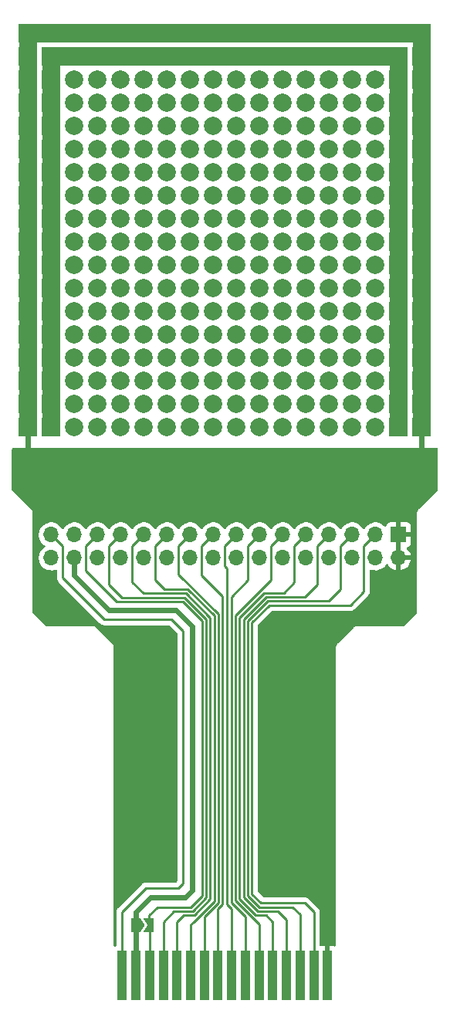
<source format=gbl>
%TF.GenerationSoftware,KiCad,Pcbnew,6.0.2+dfsg-1*%
%TF.CreationDate,2022-07-07T18:02:13-05:00*%
%TF.ProjectId,protopak64,70726f74-6f70-4616-9b36-342e6b696361,rev?*%
%TF.SameCoordinates,Original*%
%TF.FileFunction,Copper,L2,Bot*%
%TF.FilePolarity,Positive*%
%FSLAX46Y46*%
G04 Gerber Fmt 4.6, Leading zero omitted, Abs format (unit mm)*
G04 Created by KiCad (PCBNEW 6.0.2+dfsg-1) date 2022-07-07 18:02:13*
%MOMM*%
%LPD*%
G01*
G04 APERTURE LIST*
G04 Aperture macros list*
%AMFreePoly0*
4,1,6,1.000000,0.000000,0.500000,-0.750000,-0.500000,-0.750000,-0.500000,0.750000,0.500000,0.750000,1.000000,0.000000,1.000000,0.000000,$1*%
%AMFreePoly1*
4,1,6,0.500000,-0.750000,-0.650000,-0.750000,-0.150000,0.000000,-0.650000,0.750000,0.500000,0.750000,0.500000,-0.750000,0.500000,-0.750000,$1*%
G04 Aperture macros list end*
%TA.AperFunction,ComponentPad*%
%ADD10R,1.700000X1.700000*%
%TD*%
%TA.AperFunction,ComponentPad*%
%ADD11O,1.700000X1.700000*%
%TD*%
%TA.AperFunction,SMDPad,CuDef*%
%ADD12R,1.000000X5.400000*%
%TD*%
%TA.AperFunction,ComponentPad*%
%ADD13R,2.000000X2.000000*%
%TD*%
%TA.AperFunction,ComponentPad*%
%ADD14C,2.000000*%
%TD*%
%TA.AperFunction,SMDPad,CuDef*%
%ADD15FreePoly0,0.000000*%
%TD*%
%TA.AperFunction,SMDPad,CuDef*%
%ADD16FreePoly1,0.000000*%
%TD*%
%TA.AperFunction,ViaPad*%
%ADD17C,0.800000*%
%TD*%
%TA.AperFunction,Conductor*%
%ADD18C,0.600000*%
%TD*%
%TA.AperFunction,Conductor*%
%ADD19C,0.250000*%
%TD*%
G04 APERTURE END LIST*
%TO.C,REF\u002A\u002A*%
G36*
X163814000Y-92948000D02*
G01*
X161814000Y-92948000D01*
X161814000Y-52308000D01*
X125714000Y-52308000D01*
X125714000Y-92948000D01*
X123714000Y-92948000D01*
X123714000Y-50308000D01*
X163814000Y-50308000D01*
X163814000Y-92948000D01*
G37*
G36*
X166354000Y-92948000D02*
G01*
X164354000Y-92948000D01*
X164354000Y-49768000D01*
X123174000Y-49768000D01*
X123174000Y-92948000D01*
X121174000Y-92948000D01*
X121174000Y-47768000D01*
X166354000Y-47768000D01*
X166354000Y-92948000D01*
G37*
G36*
X166354000Y-92948000D02*
G01*
X164354000Y-92948000D01*
X164354000Y-49768000D01*
X123174000Y-49768000D01*
X123174000Y-92948000D01*
X121174000Y-92948000D01*
X121174000Y-47768000D01*
X166354000Y-47768000D01*
X166354000Y-92948000D01*
G37*
G36*
X163814000Y-92948000D02*
G01*
X161814000Y-92948000D01*
X161814000Y-52308000D01*
X125714000Y-52308000D01*
X125714000Y-92948000D01*
X123714000Y-92948000D01*
X123714000Y-50308000D01*
X163814000Y-50308000D01*
X163814000Y-92948000D01*
G37*
%TD*%
D10*
%TO.P,J2,1,Pin_1*%
%TO.N,GND*%
X162814000Y-103754000D03*
D11*
%TO.P,J2,2,Pin_2*%
X162814000Y-106294000D03*
%TO.P,J2,3,Pin_3*%
%TO.N,A14*%
X160274000Y-103754000D03*
%TO.P,J2,4,Pin_4*%
%TO.N,CE*%
X160274000Y-106294000D03*
%TO.P,J2,5,Pin_5*%
%TO.N,A12*%
X157734000Y-103754000D03*
%TO.P,J2,6,Pin_6*%
%TO.N,A15*%
X157734000Y-106294000D03*
%TO.P,J2,7,Pin_7*%
%TO.N,A7*%
X155194000Y-103754000D03*
%TO.P,J2,8,Pin_8*%
%TO.N,~{WE}*%
X155194000Y-106294000D03*
%TO.P,J2,9,Pin_9*%
%TO.N,A6*%
X152654000Y-103754000D03*
%TO.P,J2,10,Pin_10*%
%TO.N,A13*%
X152654000Y-106294000D03*
%TO.P,J2,11,Pin_11*%
%TO.N,A5*%
X150114000Y-103754000D03*
%TO.P,J2,12,Pin_12*%
%TO.N,A8*%
X150114000Y-106294000D03*
%TO.P,J2,13,Pin_13*%
%TO.N,A4*%
X147574000Y-103754000D03*
%TO.P,J2,14,Pin_14*%
%TO.N,A9*%
X147574000Y-106294000D03*
%TO.P,J2,15,Pin_15*%
%TO.N,A3*%
X145034000Y-103754000D03*
%TO.P,J2,16,Pin_16*%
%TO.N,A11*%
X145034000Y-106294000D03*
%TO.P,J2,17,Pin_17*%
%TO.N,A2*%
X142494000Y-103754000D03*
%TO.P,J2,18,Pin_18*%
%TO.N,~{OE}*%
X142494000Y-106294000D03*
%TO.P,J2,19,Pin_19*%
%TO.N,A1*%
X139954000Y-103754000D03*
%TO.P,J2,20,Pin_20*%
%TO.N,A10*%
X139954000Y-106294000D03*
%TO.P,J2,21,Pin_21*%
%TO.N,A0*%
X137414000Y-103754000D03*
%TO.P,J2,22,Pin_22*%
%TO.N,D7*%
X137414000Y-106294000D03*
%TO.P,J2,23,Pin_23*%
%TO.N,D0*%
X134874000Y-103754000D03*
%TO.P,J2,24,Pin_24*%
%TO.N,D6*%
X134874000Y-106294000D03*
%TO.P,J2,25,Pin_25*%
%TO.N,D1*%
X132334000Y-103754000D03*
%TO.P,J2,26,Pin_26*%
%TO.N,D5*%
X132334000Y-106294000D03*
%TO.P,J2,27,Pin_27*%
%TO.N,DETECT*%
X129794000Y-103754000D03*
%TO.P,J2,28,Pin_28*%
%TO.N,D4*%
X129794000Y-106294000D03*
%TO.P,J2,29,Pin_29*%
%TO.N,+3V3*%
X127254000Y-103754000D03*
%TO.P,J2,30,Pin_30*%
X127254000Y-106294000D03*
%TO.P,J2,31,Pin_31*%
%TO.N,D2*%
X124714000Y-103754000D03*
%TO.P,J2,32,Pin_32*%
%TO.N,D3*%
X124714000Y-106294000D03*
%TD*%
D12*
%TO.P,J1,1,Pin_1*%
%TO.N,GND*%
X155014000Y-152019000D03*
%TO.P,J1,2,Pin_2*%
%TO.N,A14*%
X153514000Y-152019000D03*
%TO.P,J1,3,Pin_3*%
%TO.N,A12*%
X152014000Y-152019000D03*
%TO.P,J1,4,Pin_4*%
%TO.N,A7*%
X150514000Y-152019000D03*
%TO.P,J1,5,Pin_5*%
%TO.N,A6*%
X149014000Y-152019000D03*
%TO.P,J1,6,Pin_6*%
%TO.N,A5*%
X147514000Y-152019000D03*
%TO.P,J1,7,Pin_7*%
%TO.N,A4*%
X146014000Y-152019000D03*
%TO.P,J1,8,Pin_8*%
%TO.N,A3*%
X144514000Y-152019000D03*
%TO.P,J1,9,Pin_9*%
%TO.N,A2*%
X143014000Y-152019000D03*
%TO.P,J1,10,Pin_10*%
%TO.N,A1*%
X141514000Y-152019000D03*
%TO.P,J1,11,Pin_11*%
%TO.N,A0*%
X140014000Y-152019000D03*
%TO.P,J1,12,Pin_12*%
%TO.N,D0*%
X138514000Y-152019000D03*
%TO.P,J1,13,Pin_13*%
%TO.N,D1*%
X137014000Y-152019000D03*
%TO.P,J1,14,Pin_14*%
%TO.N,DETECT*%
X135514000Y-152019000D03*
%TO.P,J1,15,Pin_15*%
%TO.N,+3V3*%
X134014000Y-152019000D03*
%TO.P,J1,16,Pin_16*%
%TO.N,D2*%
X132514000Y-152019000D03*
%TD*%
D13*
%TO.P,REF\u002A\u002A,1*%
%TO.N,N/C*%
X122174000Y-48768000D03*
%TO.P,REF\u002A\u002A,2*%
X124714000Y-48768000D03*
%TO.P,REF\u002A\u002A,3*%
X127254000Y-48768000D03*
%TO.P,REF\u002A\u002A,4*%
X129794000Y-48768000D03*
%TO.P,REF\u002A\u002A,5*%
X132334000Y-48768000D03*
%TO.P,REF\u002A\u002A,6*%
X134874000Y-48768000D03*
%TO.P,REF\u002A\u002A,7*%
X137414000Y-48768000D03*
%TO.P,REF\u002A\u002A,8*%
X139954000Y-48768000D03*
%TO.P,REF\u002A\u002A,9*%
X142494000Y-48768000D03*
%TO.P,REF\u002A\u002A,10*%
X145034000Y-48768000D03*
%TO.P,REF\u002A\u002A,11*%
X147574000Y-48768000D03*
%TO.P,REF\u002A\u002A,12*%
X150114000Y-48768000D03*
%TO.P,REF\u002A\u002A,13*%
X152654000Y-48768000D03*
%TO.P,REF\u002A\u002A,14*%
X155194000Y-48768000D03*
%TO.P,REF\u002A\u002A,15*%
X157734000Y-48768000D03*
%TO.P,REF\u002A\u002A,16*%
X160274000Y-48768000D03*
%TO.P,REF\u002A\u002A,17*%
X162814000Y-48768000D03*
%TO.P,REF\u002A\u002A,18*%
X165354000Y-48768000D03*
%TO.P,REF\u002A\u002A,19*%
X122174000Y-51308000D03*
%TO.P,REF\u002A\u002A,20*%
X124714000Y-51308000D03*
%TO.P,REF\u002A\u002A,21*%
X127254000Y-51308000D03*
%TO.P,REF\u002A\u002A,22*%
X129794000Y-51308000D03*
%TO.P,REF\u002A\u002A,23*%
X132334000Y-51308000D03*
%TO.P,REF\u002A\u002A,24*%
X134874000Y-51308000D03*
%TO.P,REF\u002A\u002A,25*%
X137414000Y-51308000D03*
%TO.P,REF\u002A\u002A,26*%
X139954000Y-51308000D03*
%TO.P,REF\u002A\u002A,27*%
X142494000Y-51308000D03*
%TO.P,REF\u002A\u002A,28*%
X145034000Y-51308000D03*
%TO.P,REF\u002A\u002A,29*%
X147574000Y-51308000D03*
%TO.P,REF\u002A\u002A,30*%
X150114000Y-51308000D03*
%TO.P,REF\u002A\u002A,31*%
X152654000Y-51308000D03*
%TO.P,REF\u002A\u002A,32*%
X155194000Y-51308000D03*
%TO.P,REF\u002A\u002A,33*%
X157734000Y-51308000D03*
%TO.P,REF\u002A\u002A,34*%
X160274000Y-51308000D03*
%TO.P,REF\u002A\u002A,35*%
X162814000Y-51308000D03*
%TO.P,REF\u002A\u002A,36*%
X165354000Y-51308000D03*
%TO.P,REF\u002A\u002A,37*%
X122174000Y-53848000D03*
%TO.P,REF\u002A\u002A,38*%
X124714000Y-53848000D03*
D14*
%TO.P,REF\u002A\u002A,39*%
X127254000Y-53848000D03*
%TO.P,REF\u002A\u002A,40*%
X129794000Y-53848000D03*
%TO.P,REF\u002A\u002A,41*%
X132334000Y-53848000D03*
%TO.P,REF\u002A\u002A,42*%
X134874000Y-53848000D03*
%TO.P,REF\u002A\u002A,43*%
X137414000Y-53848000D03*
%TO.P,REF\u002A\u002A,44*%
X139954000Y-53848000D03*
%TO.P,REF\u002A\u002A,45*%
X142494000Y-53848000D03*
%TO.P,REF\u002A\u002A,46*%
X145034000Y-53848000D03*
%TO.P,REF\u002A\u002A,47*%
X147574000Y-53848000D03*
%TO.P,REF\u002A\u002A,48*%
X150114000Y-53848000D03*
%TO.P,REF\u002A\u002A,49*%
X152654000Y-53848000D03*
%TO.P,REF\u002A\u002A,50*%
X155194000Y-53848000D03*
%TO.P,REF\u002A\u002A,51*%
X157734000Y-53848000D03*
%TO.P,REF\u002A\u002A,52*%
X160274000Y-53848000D03*
D13*
%TO.P,REF\u002A\u002A,53*%
X162814000Y-53848000D03*
%TO.P,REF\u002A\u002A,54*%
X165354000Y-53848000D03*
%TO.P,REF\u002A\u002A,55*%
X122174000Y-56388000D03*
%TO.P,REF\u002A\u002A,56*%
X124714000Y-56388000D03*
D14*
%TO.P,REF\u002A\u002A,57*%
X127254000Y-56388000D03*
%TO.P,REF\u002A\u002A,58*%
X129794000Y-56388000D03*
%TO.P,REF\u002A\u002A,59*%
X132334000Y-56388000D03*
%TO.P,REF\u002A\u002A,60*%
X134874000Y-56388000D03*
%TO.P,REF\u002A\u002A,61*%
X137414000Y-56388000D03*
%TO.P,REF\u002A\u002A,62*%
X139954000Y-56388000D03*
%TO.P,REF\u002A\u002A,63*%
X142494000Y-56388000D03*
%TO.P,REF\u002A\u002A,64*%
X145034000Y-56388000D03*
%TO.P,REF\u002A\u002A,65*%
X147574000Y-56388000D03*
%TO.P,REF\u002A\u002A,66*%
X150114000Y-56388000D03*
%TO.P,REF\u002A\u002A,67*%
X152654000Y-56388000D03*
%TO.P,REF\u002A\u002A,68*%
X155194000Y-56388000D03*
%TO.P,REF\u002A\u002A,69*%
X157734000Y-56388000D03*
%TO.P,REF\u002A\u002A,70*%
X160274000Y-56388000D03*
D13*
%TO.P,REF\u002A\u002A,71*%
X162814000Y-56388000D03*
%TO.P,REF\u002A\u002A,72*%
X165354000Y-56388000D03*
%TO.P,REF\u002A\u002A,73*%
X122174000Y-58928000D03*
%TO.P,REF\u002A\u002A,74*%
X124714000Y-58928000D03*
D14*
%TO.P,REF\u002A\u002A,75*%
X127254000Y-58928000D03*
%TO.P,REF\u002A\u002A,76*%
X129794000Y-58928000D03*
%TO.P,REF\u002A\u002A,77*%
X132334000Y-58928000D03*
%TO.P,REF\u002A\u002A,78*%
X134874000Y-58928000D03*
%TO.P,REF\u002A\u002A,79*%
X137414000Y-58928000D03*
%TO.P,REF\u002A\u002A,80*%
X139954000Y-58928000D03*
%TO.P,REF\u002A\u002A,81*%
X142494000Y-58928000D03*
%TO.P,REF\u002A\u002A,82*%
X145034000Y-58928000D03*
%TO.P,REF\u002A\u002A,83*%
X147574000Y-58928000D03*
%TO.P,REF\u002A\u002A,84*%
X150114000Y-58928000D03*
%TO.P,REF\u002A\u002A,85*%
X152654000Y-58928000D03*
%TO.P,REF\u002A\u002A,86*%
X155194000Y-58928000D03*
%TO.P,REF\u002A\u002A,87*%
X157734000Y-58928000D03*
%TO.P,REF\u002A\u002A,88*%
X160274000Y-58928000D03*
D13*
%TO.P,REF\u002A\u002A,89*%
X162814000Y-58928000D03*
%TO.P,REF\u002A\u002A,90*%
X165354000Y-58928000D03*
%TO.P,REF\u002A\u002A,91*%
X122174000Y-61468000D03*
%TO.P,REF\u002A\u002A,92*%
X124714000Y-61468000D03*
D14*
%TO.P,REF\u002A\u002A,93*%
X127254000Y-61468000D03*
%TO.P,REF\u002A\u002A,94*%
X129794000Y-61468000D03*
%TO.P,REF\u002A\u002A,95*%
X132334000Y-61468000D03*
%TO.P,REF\u002A\u002A,96*%
X134874000Y-61468000D03*
%TO.P,REF\u002A\u002A,97*%
X137414000Y-61468000D03*
%TO.P,REF\u002A\u002A,98*%
X139954000Y-61468000D03*
%TO.P,REF\u002A\u002A,99*%
X142494000Y-61468000D03*
%TO.P,REF\u002A\u002A,100*%
X145034000Y-61468000D03*
%TO.P,REF\u002A\u002A,101*%
X147574000Y-61468000D03*
%TO.P,REF\u002A\u002A,102*%
X150114000Y-61468000D03*
%TO.P,REF\u002A\u002A,103*%
X152654000Y-61468000D03*
%TO.P,REF\u002A\u002A,104*%
X155194000Y-61468000D03*
%TO.P,REF\u002A\u002A,105*%
X157734000Y-61468000D03*
%TO.P,REF\u002A\u002A,106*%
X160274000Y-61468000D03*
D13*
%TO.P,REF\u002A\u002A,107*%
X162814000Y-61468000D03*
%TO.P,REF\u002A\u002A,108*%
X165354000Y-61468000D03*
%TO.P,REF\u002A\u002A,109*%
X122174000Y-64008000D03*
%TO.P,REF\u002A\u002A,110*%
X124714000Y-64008000D03*
D14*
%TO.P,REF\u002A\u002A,111*%
X127254000Y-64008000D03*
%TO.P,REF\u002A\u002A,112*%
X129794000Y-64008000D03*
%TO.P,REF\u002A\u002A,113*%
X132334000Y-64008000D03*
%TO.P,REF\u002A\u002A,114*%
X134874000Y-64008000D03*
%TO.P,REF\u002A\u002A,115*%
X137414000Y-64008000D03*
%TO.P,REF\u002A\u002A,116*%
X139954000Y-64008000D03*
%TO.P,REF\u002A\u002A,117*%
X142494000Y-64008000D03*
%TO.P,REF\u002A\u002A,118*%
X145034000Y-64008000D03*
%TO.P,REF\u002A\u002A,119*%
X147574000Y-64008000D03*
%TO.P,REF\u002A\u002A,120*%
X150114000Y-64008000D03*
%TO.P,REF\u002A\u002A,121*%
X152654000Y-64008000D03*
%TO.P,REF\u002A\u002A,122*%
X155194000Y-64008000D03*
%TO.P,REF\u002A\u002A,123*%
X157734000Y-64008000D03*
%TO.P,REF\u002A\u002A,124*%
X160274000Y-64008000D03*
D13*
%TO.P,REF\u002A\u002A,125*%
X162814000Y-64008000D03*
%TO.P,REF\u002A\u002A,126*%
X165354000Y-64008000D03*
%TO.P,REF\u002A\u002A,127*%
X122174000Y-66548000D03*
%TO.P,REF\u002A\u002A,128*%
X124714000Y-66548000D03*
D14*
%TO.P,REF\u002A\u002A,129*%
X127254000Y-66548000D03*
%TO.P,REF\u002A\u002A,130*%
X129794000Y-66548000D03*
%TO.P,REF\u002A\u002A,131*%
X132334000Y-66548000D03*
%TO.P,REF\u002A\u002A,132*%
X134874000Y-66548000D03*
%TO.P,REF\u002A\u002A,133*%
X137414000Y-66548000D03*
%TO.P,REF\u002A\u002A,134*%
X139954000Y-66548000D03*
%TO.P,REF\u002A\u002A,135*%
X142494000Y-66548000D03*
%TO.P,REF\u002A\u002A,136*%
X145034000Y-66548000D03*
%TO.P,REF\u002A\u002A,137*%
X147574000Y-66548000D03*
%TO.P,REF\u002A\u002A,138*%
X150114000Y-66548000D03*
%TO.P,REF\u002A\u002A,139*%
X152654000Y-66548000D03*
%TO.P,REF\u002A\u002A,140*%
X155194000Y-66548000D03*
%TO.P,REF\u002A\u002A,141*%
X157734000Y-66548000D03*
%TO.P,REF\u002A\u002A,142*%
X160274000Y-66548000D03*
D13*
%TO.P,REF\u002A\u002A,143*%
X162814000Y-66548000D03*
%TO.P,REF\u002A\u002A,144*%
X165354000Y-66548000D03*
%TO.P,REF\u002A\u002A,145*%
X122174000Y-69088000D03*
%TO.P,REF\u002A\u002A,146*%
X124714000Y-69088000D03*
D14*
%TO.P,REF\u002A\u002A,147*%
X127254000Y-69088000D03*
%TO.P,REF\u002A\u002A,148*%
X129794000Y-69088000D03*
%TO.P,REF\u002A\u002A,149*%
X132334000Y-69088000D03*
%TO.P,REF\u002A\u002A,150*%
X134874000Y-69088000D03*
%TO.P,REF\u002A\u002A,151*%
X137414000Y-69088000D03*
%TO.P,REF\u002A\u002A,152*%
X139954000Y-69088000D03*
%TO.P,REF\u002A\u002A,153*%
X142494000Y-69088000D03*
%TO.P,REF\u002A\u002A,154*%
X145034000Y-69088000D03*
%TO.P,REF\u002A\u002A,155*%
X147574000Y-69088000D03*
%TO.P,REF\u002A\u002A,156*%
X150114000Y-69088000D03*
%TO.P,REF\u002A\u002A,157*%
X152654000Y-69088000D03*
%TO.P,REF\u002A\u002A,158*%
X155194000Y-69088000D03*
%TO.P,REF\u002A\u002A,159*%
X157734000Y-69088000D03*
%TO.P,REF\u002A\u002A,160*%
X160274000Y-69088000D03*
D13*
%TO.P,REF\u002A\u002A,161*%
X162814000Y-69088000D03*
%TO.P,REF\u002A\u002A,162*%
X165354000Y-69088000D03*
%TO.P,REF\u002A\u002A,163*%
X122174000Y-71628000D03*
%TO.P,REF\u002A\u002A,164*%
X124714000Y-71628000D03*
D14*
%TO.P,REF\u002A\u002A,165*%
X127254000Y-71628000D03*
%TO.P,REF\u002A\u002A,166*%
X129794000Y-71628000D03*
%TO.P,REF\u002A\u002A,167*%
X132334000Y-71628000D03*
%TO.P,REF\u002A\u002A,168*%
X134874000Y-71628000D03*
%TO.P,REF\u002A\u002A,169*%
X137414000Y-71628000D03*
%TO.P,REF\u002A\u002A,170*%
X139954000Y-71628000D03*
%TO.P,REF\u002A\u002A,171*%
X142494000Y-71628000D03*
%TO.P,REF\u002A\u002A,172*%
X145034000Y-71628000D03*
%TO.P,REF\u002A\u002A,173*%
X147574000Y-71628000D03*
%TO.P,REF\u002A\u002A,174*%
X150114000Y-71628000D03*
%TO.P,REF\u002A\u002A,175*%
X152654000Y-71628000D03*
%TO.P,REF\u002A\u002A,176*%
X155194000Y-71628000D03*
%TO.P,REF\u002A\u002A,177*%
X157734000Y-71628000D03*
%TO.P,REF\u002A\u002A,178*%
X160274000Y-71628000D03*
D13*
%TO.P,REF\u002A\u002A,179*%
X162814000Y-71628000D03*
%TO.P,REF\u002A\u002A,180*%
X165354000Y-71628000D03*
%TO.P,REF\u002A\u002A,181*%
X122174000Y-74168000D03*
%TO.P,REF\u002A\u002A,182*%
X124714000Y-74168000D03*
D14*
%TO.P,REF\u002A\u002A,183*%
X127254000Y-74168000D03*
%TO.P,REF\u002A\u002A,184*%
X129794000Y-74168000D03*
%TO.P,REF\u002A\u002A,185*%
X132334000Y-74168000D03*
%TO.P,REF\u002A\u002A,186*%
X134874000Y-74168000D03*
%TO.P,REF\u002A\u002A,187*%
X137414000Y-74168000D03*
%TO.P,REF\u002A\u002A,188*%
X139954000Y-74168000D03*
%TO.P,REF\u002A\u002A,189*%
X142494000Y-74168000D03*
%TO.P,REF\u002A\u002A,190*%
X145034000Y-74168000D03*
%TO.P,REF\u002A\u002A,191*%
X147574000Y-74168000D03*
%TO.P,REF\u002A\u002A,192*%
X150114000Y-74168000D03*
%TO.P,REF\u002A\u002A,193*%
X152654000Y-74168000D03*
%TO.P,REF\u002A\u002A,194*%
X155194000Y-74168000D03*
%TO.P,REF\u002A\u002A,195*%
X157734000Y-74168000D03*
%TO.P,REF\u002A\u002A,196*%
X160274000Y-74168000D03*
D13*
%TO.P,REF\u002A\u002A,197*%
X162814000Y-74168000D03*
%TO.P,REF\u002A\u002A,198*%
X165354000Y-74168000D03*
%TO.P,REF\u002A\u002A,199*%
X122174000Y-76708000D03*
%TO.P,REF\u002A\u002A,200*%
X124714000Y-76708000D03*
D14*
%TO.P,REF\u002A\u002A,201*%
X127254000Y-76708000D03*
%TO.P,REF\u002A\u002A,202*%
X129794000Y-76708000D03*
%TO.P,REF\u002A\u002A,203*%
X132334000Y-76708000D03*
%TO.P,REF\u002A\u002A,204*%
X134874000Y-76708000D03*
%TO.P,REF\u002A\u002A,205*%
X137414000Y-76708000D03*
%TO.P,REF\u002A\u002A,206*%
X139954000Y-76708000D03*
%TO.P,REF\u002A\u002A,207*%
X142494000Y-76708000D03*
%TO.P,REF\u002A\u002A,208*%
X145034000Y-76708000D03*
%TO.P,REF\u002A\u002A,209*%
X147574000Y-76708000D03*
%TO.P,REF\u002A\u002A,210*%
X150114000Y-76708000D03*
%TO.P,REF\u002A\u002A,211*%
X152654000Y-76708000D03*
%TO.P,REF\u002A\u002A,212*%
X155194000Y-76708000D03*
%TO.P,REF\u002A\u002A,213*%
X157734000Y-76708000D03*
%TO.P,REF\u002A\u002A,214*%
X160274000Y-76708000D03*
D13*
%TO.P,REF\u002A\u002A,215*%
X162814000Y-76708000D03*
%TO.P,REF\u002A\u002A,216*%
X165354000Y-76708000D03*
%TO.P,REF\u002A\u002A,217*%
X122174000Y-79248000D03*
%TO.P,REF\u002A\u002A,218*%
X124714000Y-79248000D03*
D14*
%TO.P,REF\u002A\u002A,219*%
X127254000Y-79248000D03*
%TO.P,REF\u002A\u002A,220*%
X129794000Y-79248000D03*
%TO.P,REF\u002A\u002A,221*%
X132334000Y-79248000D03*
%TO.P,REF\u002A\u002A,222*%
X134874000Y-79248000D03*
%TO.P,REF\u002A\u002A,223*%
X137414000Y-79248000D03*
%TO.P,REF\u002A\u002A,224*%
X139954000Y-79248000D03*
%TO.P,REF\u002A\u002A,225*%
X142494000Y-79248000D03*
%TO.P,REF\u002A\u002A,226*%
X145034000Y-79248000D03*
%TO.P,REF\u002A\u002A,227*%
X147574000Y-79248000D03*
%TO.P,REF\u002A\u002A,228*%
X150114000Y-79248000D03*
%TO.P,REF\u002A\u002A,229*%
X152654000Y-79248000D03*
%TO.P,REF\u002A\u002A,230*%
X155194000Y-79248000D03*
%TO.P,REF\u002A\u002A,231*%
X157734000Y-79248000D03*
%TO.P,REF\u002A\u002A,232*%
X160274000Y-79248000D03*
D13*
%TO.P,REF\u002A\u002A,233*%
X162814000Y-79248000D03*
%TO.P,REF\u002A\u002A,234*%
X165354000Y-79248000D03*
%TO.P,REF\u002A\u002A,235*%
X122174000Y-81788000D03*
%TO.P,REF\u002A\u002A,236*%
X124714000Y-81788000D03*
D14*
%TO.P,REF\u002A\u002A,237*%
X127254000Y-81788000D03*
%TO.P,REF\u002A\u002A,238*%
X129794000Y-81788000D03*
%TO.P,REF\u002A\u002A,239*%
X132334000Y-81788000D03*
%TO.P,REF\u002A\u002A,240*%
X134874000Y-81788000D03*
%TO.P,REF\u002A\u002A,241*%
X137414000Y-81788000D03*
%TO.P,REF\u002A\u002A,242*%
X139954000Y-81788000D03*
%TO.P,REF\u002A\u002A,243*%
X142494000Y-81788000D03*
%TO.P,REF\u002A\u002A,244*%
X145034000Y-81788000D03*
%TO.P,REF\u002A\u002A,245*%
X147574000Y-81788000D03*
%TO.P,REF\u002A\u002A,246*%
X150114000Y-81788000D03*
%TO.P,REF\u002A\u002A,247*%
X152654000Y-81788000D03*
%TO.P,REF\u002A\u002A,248*%
X155194000Y-81788000D03*
%TO.P,REF\u002A\u002A,249*%
X157734000Y-81788000D03*
%TO.P,REF\u002A\u002A,250*%
X160274000Y-81788000D03*
D13*
%TO.P,REF\u002A\u002A,251*%
X162814000Y-81788000D03*
%TO.P,REF\u002A\u002A,252*%
X165354000Y-81788000D03*
%TO.P,REF\u002A\u002A,253*%
X122174000Y-84328000D03*
%TO.P,REF\u002A\u002A,254*%
X124714000Y-84328000D03*
D14*
%TO.P,REF\u002A\u002A,255*%
X127254000Y-84328000D03*
%TO.P,REF\u002A\u002A,256*%
X129794000Y-84328000D03*
%TO.P,REF\u002A\u002A,257*%
X132334000Y-84328000D03*
%TO.P,REF\u002A\u002A,258*%
X134874000Y-84328000D03*
%TO.P,REF\u002A\u002A,259*%
X137414000Y-84328000D03*
%TO.P,REF\u002A\u002A,260*%
X139954000Y-84328000D03*
%TO.P,REF\u002A\u002A,261*%
X142494000Y-84328000D03*
%TO.P,REF\u002A\u002A,262*%
X145034000Y-84328000D03*
%TO.P,REF\u002A\u002A,263*%
X147574000Y-84328000D03*
%TO.P,REF\u002A\u002A,264*%
X150114000Y-84328000D03*
%TO.P,REF\u002A\u002A,265*%
X152654000Y-84328000D03*
%TO.P,REF\u002A\u002A,266*%
X155194000Y-84328000D03*
%TO.P,REF\u002A\u002A,267*%
X157734000Y-84328000D03*
%TO.P,REF\u002A\u002A,268*%
X160274000Y-84328000D03*
D13*
%TO.P,REF\u002A\u002A,269*%
X162814000Y-84328000D03*
%TO.P,REF\u002A\u002A,270*%
X165354000Y-84328000D03*
%TO.P,REF\u002A\u002A,271*%
X122174000Y-86868000D03*
%TO.P,REF\u002A\u002A,272*%
X124714000Y-86868000D03*
D14*
%TO.P,REF\u002A\u002A,273*%
X127254000Y-86868000D03*
%TO.P,REF\u002A\u002A,274*%
X129794000Y-86868000D03*
%TO.P,REF\u002A\u002A,275*%
X132334000Y-86868000D03*
%TO.P,REF\u002A\u002A,276*%
X134874000Y-86868000D03*
%TO.P,REF\u002A\u002A,277*%
X137414000Y-86868000D03*
%TO.P,REF\u002A\u002A,278*%
X139954000Y-86868000D03*
%TO.P,REF\u002A\u002A,279*%
X142494000Y-86868000D03*
%TO.P,REF\u002A\u002A,280*%
X145034000Y-86868000D03*
%TO.P,REF\u002A\u002A,281*%
X147574000Y-86868000D03*
%TO.P,REF\u002A\u002A,282*%
X150114000Y-86868000D03*
%TO.P,REF\u002A\u002A,283*%
X152654000Y-86868000D03*
%TO.P,REF\u002A\u002A,284*%
X155194000Y-86868000D03*
%TO.P,REF\u002A\u002A,285*%
X157734000Y-86868000D03*
%TO.P,REF\u002A\u002A,286*%
X160274000Y-86868000D03*
D13*
%TO.P,REF\u002A\u002A,287*%
X162814000Y-86868000D03*
%TO.P,REF\u002A\u002A,288*%
X165354000Y-86868000D03*
%TO.P,REF\u002A\u002A,289*%
X122174000Y-89408000D03*
%TO.P,REF\u002A\u002A,290*%
X124714000Y-89408000D03*
D14*
%TO.P,REF\u002A\u002A,291*%
X127254000Y-89408000D03*
%TO.P,REF\u002A\u002A,292*%
X129794000Y-89408000D03*
%TO.P,REF\u002A\u002A,293*%
X132334000Y-89408000D03*
%TO.P,REF\u002A\u002A,294*%
X134874000Y-89408000D03*
%TO.P,REF\u002A\u002A,295*%
X137414000Y-89408000D03*
%TO.P,REF\u002A\u002A,296*%
X139954000Y-89408000D03*
%TO.P,REF\u002A\u002A,297*%
X142494000Y-89408000D03*
%TO.P,REF\u002A\u002A,298*%
X145034000Y-89408000D03*
%TO.P,REF\u002A\u002A,299*%
X147574000Y-89408000D03*
%TO.P,REF\u002A\u002A,300*%
X150114000Y-89408000D03*
%TO.P,REF\u002A\u002A,301*%
X152654000Y-89408000D03*
%TO.P,REF\u002A\u002A,302*%
X155194000Y-89408000D03*
%TO.P,REF\u002A\u002A,303*%
X157734000Y-89408000D03*
%TO.P,REF\u002A\u002A,304*%
X160274000Y-89408000D03*
D13*
%TO.P,REF\u002A\u002A,305*%
X162814000Y-89408000D03*
%TO.P,REF\u002A\u002A,306*%
X165354000Y-89408000D03*
%TO.P,REF\u002A\u002A,307*%
%TO.N,GND*%
X122174000Y-91948000D03*
%TO.P,REF\u002A\u002A,308*%
%TO.N,+3V3*%
X124714000Y-91948000D03*
D14*
%TO.P,REF\u002A\u002A,309*%
%TO.N,N/C*%
X127254000Y-91948000D03*
%TO.P,REF\u002A\u002A,310*%
X129794000Y-91948000D03*
%TO.P,REF\u002A\u002A,311*%
X132334000Y-91948000D03*
%TO.P,REF\u002A\u002A,312*%
X134874000Y-91948000D03*
%TO.P,REF\u002A\u002A,313*%
X137414000Y-91948000D03*
%TO.P,REF\u002A\u002A,314*%
X139954000Y-91948000D03*
%TO.P,REF\u002A\u002A,315*%
X142494000Y-91948000D03*
%TO.P,REF\u002A\u002A,316*%
X145034000Y-91948000D03*
%TO.P,REF\u002A\u002A,317*%
X147574000Y-91948000D03*
%TO.P,REF\u002A\u002A,318*%
X150114000Y-91948000D03*
%TO.P,REF\u002A\u002A,319*%
X152654000Y-91948000D03*
%TO.P,REF\u002A\u002A,320*%
X155194000Y-91948000D03*
%TO.P,REF\u002A\u002A,321*%
X157734000Y-91948000D03*
%TO.P,REF\u002A\u002A,322*%
X160274000Y-91948000D03*
D13*
%TO.P,REF\u002A\u002A,323*%
X162814000Y-91948000D03*
%TO.P,REF\u002A\u002A,324*%
%TO.N,GND*%
X165354000Y-91948000D03*
%TD*%
D15*
%TO.P,JP1,1,A*%
%TO.N,+3V3*%
X134022000Y-146558000D03*
D16*
%TO.P,JP1,2,B*%
%TO.N,DETECT*%
X135472000Y-146558000D03*
%TD*%
D17*
%TO.N,GND*%
X155014000Y-148156000D03*
%TD*%
D18*
%TO.N,GND*%
X122174000Y-91948000D02*
X122174000Y-95250000D01*
X165354000Y-91948000D02*
X165354000Y-95504000D01*
D19*
%TO.N,A14*%
X157523061Y-111462939D02*
X159004000Y-109982000D01*
X153514000Y-152019000D02*
X153514000Y-145132000D01*
X146715120Y-143128282D02*
X146715120Y-113385188D01*
X146715120Y-113385188D02*
X148637369Y-111462939D01*
X148637369Y-111462939D02*
X157523061Y-111462939D01*
X147711758Y-144124920D02*
X146715120Y-143128282D01*
X152506920Y-144124920D02*
X147711758Y-144124920D01*
X159004000Y-109982000D02*
X159004000Y-105024000D01*
X153514000Y-145132000D02*
X152506920Y-144124920D01*
X159004000Y-105024000D02*
X160274000Y-103754000D01*
%TO.N,A12*%
X146265600Y-143314480D02*
X146265600Y-113198990D01*
X152014000Y-152019000D02*
X152014000Y-145410000D01*
X156464000Y-109728000D02*
X156464000Y-105024000D01*
X146265600Y-113198990D02*
X148451171Y-111013419D01*
X148451171Y-111013419D02*
X155178581Y-111013419D01*
X151178440Y-144574440D02*
X147525560Y-144574440D01*
X156464000Y-105024000D02*
X157734000Y-103754000D01*
X152014000Y-145410000D02*
X151178440Y-144574440D01*
X147525560Y-144574440D02*
X146265600Y-143314480D01*
X155178581Y-111013419D02*
X156464000Y-109728000D01*
%TO.N,A7*%
X145816080Y-113012792D02*
X148264973Y-110563899D01*
X152580101Y-110563899D02*
X153924000Y-109220000D01*
X147339362Y-145023960D02*
X145816080Y-143500678D01*
X153924000Y-105024000D02*
X155194000Y-103754000D01*
X150514000Y-152019000D02*
X150514000Y-145942000D01*
X153924000Y-109220000D02*
X153924000Y-105024000D01*
X150514000Y-145942000D02*
X149595960Y-145023960D01*
X148264973Y-110563899D02*
X152580101Y-110563899D01*
X149595960Y-145023960D02*
X147339362Y-145023960D01*
X145816080Y-143500678D02*
X145816080Y-113012792D01*
%TO.N,A6*%
X145366560Y-112826594D02*
X148078775Y-110114379D01*
X151384000Y-105024000D02*
X152654000Y-103754000D01*
X149014000Y-146220000D02*
X148267480Y-145473480D01*
X151384000Y-108966000D02*
X151384000Y-105024000D01*
X145366560Y-143686875D02*
X145366560Y-112826594D01*
X147153165Y-145473480D02*
X145366560Y-143686875D01*
X150235621Y-110114379D02*
X151384000Y-108966000D01*
X149014000Y-152019000D02*
X149014000Y-146220000D01*
X148267480Y-145473480D02*
X147153165Y-145473480D01*
X148078775Y-110114379D02*
X150235621Y-110114379D01*
%TO.N,A5*%
X148844000Y-108713436D02*
X148844000Y-105024000D01*
X148844000Y-105024000D02*
X150114000Y-103754000D01*
X144917040Y-143873073D02*
X144917040Y-112640396D01*
X147514000Y-152019000D02*
X147514000Y-146470033D01*
X147514000Y-146470033D02*
X144917040Y-143873073D01*
X144917040Y-112640396D02*
X148844000Y-108713436D01*
%TO.N,A4*%
X146304000Y-108712000D02*
X146304000Y-105024000D01*
X146014000Y-152019000D02*
X146014000Y-145605751D01*
X146304000Y-105024000D02*
X147574000Y-103754000D01*
X146014000Y-145605751D02*
X144467520Y-144059271D01*
X144467520Y-110548480D02*
X146304000Y-108712000D01*
X144467520Y-144059271D02*
X144467520Y-110548480D01*
%TO.N,A3*%
X144018000Y-144245469D02*
X144018000Y-107442000D01*
X144514000Y-144741469D02*
X144018000Y-144245469D01*
X143764000Y-105024000D02*
X145034000Y-103754000D01*
X144514000Y-152019000D02*
X144514000Y-144741469D01*
X144018000Y-107442000D02*
X143764000Y-107188000D01*
X143764000Y-107188000D02*
X143764000Y-105024000D01*
%TO.N,A2*%
X143510000Y-144276308D02*
X143510000Y-110490000D01*
X143014000Y-152019000D02*
X143014000Y-144772308D01*
X143510000Y-110490000D02*
X141224000Y-108204000D01*
X141224000Y-108204000D02*
X141224000Y-105024000D01*
X143014000Y-144772308D02*
X143510000Y-144276308D01*
X141224000Y-105024000D02*
X142494000Y-103754000D01*
%TO.N,A1*%
X143060480Y-112454198D02*
X143060480Y-144090110D01*
X138684000Y-108077718D02*
X143060480Y-112454198D01*
X143060480Y-144090110D02*
X141514000Y-145636590D01*
X141514000Y-145636590D02*
X141514000Y-152019000D01*
X139954000Y-103754000D02*
X138684000Y-105024000D01*
X138684000Y-105024000D02*
X138684000Y-108077718D01*
%TO.N,A0*%
X142610960Y-143903912D02*
X142610960Y-112640396D01*
X142610960Y-112640396D02*
X139698564Y-109728000D01*
X140335000Y-146177000D02*
X140337872Y-146177000D01*
X136144000Y-108712000D02*
X136144000Y-105024000D01*
X140014000Y-152019000D02*
X140014000Y-146498000D01*
X140337872Y-146177000D02*
X142610960Y-143903912D01*
X139698564Y-109728000D02*
X137160000Y-109728000D01*
X137160000Y-109728000D02*
X136144000Y-108712000D01*
X140014000Y-146498000D02*
X140335000Y-146177000D01*
X136144000Y-105024000D02*
X137414000Y-103754000D01*
%TO.N,D0*%
X133604000Y-108966000D02*
X133604000Y-105024000D01*
X133604000Y-105024000D02*
X134874000Y-103754000D01*
X139261237Y-145472763D02*
X140406391Y-145472763D01*
X139512366Y-110177520D02*
X134815520Y-110177520D01*
X142161440Y-143717714D02*
X142161440Y-112826594D01*
X138514000Y-152019000D02*
X138514000Y-146220000D01*
X140406391Y-145472763D02*
X142161440Y-143717714D01*
X138514000Y-146220000D02*
X139261237Y-145472763D01*
X142161440Y-112826594D02*
X139512366Y-110177520D01*
X134815520Y-110177520D02*
X133604000Y-108966000D01*
%TO.N,D1*%
X131064000Y-109220000D02*
X131064000Y-105024000D01*
X137014000Y-146196000D02*
X138186757Y-145023243D01*
X131064000Y-105024000D02*
X132334000Y-103754000D01*
X137014000Y-152019000D02*
X137014000Y-146196000D01*
X140220193Y-145023243D02*
X141711920Y-143531516D01*
X141711920Y-143531516D02*
X141711920Y-113012792D01*
X141711920Y-113012792D02*
X139326168Y-110627040D01*
X139326168Y-110627040D02*
X132471040Y-110627040D01*
X138186757Y-145023243D02*
X140220193Y-145023243D01*
X132471040Y-110627040D02*
X131064000Y-109220000D01*
%TO.N,DETECT*%
X135514000Y-152019000D02*
X135514000Y-146600000D01*
X135514000Y-146600000D02*
X135472000Y-146558000D01*
X141262400Y-143345318D02*
X141262400Y-113198990D01*
X140033995Y-144573723D02*
X141262400Y-143345318D01*
X141262400Y-113198990D02*
X139139970Y-111076560D01*
X135472000Y-145452000D02*
X136350277Y-144573723D01*
X128524000Y-107696000D02*
X128524000Y-105024000D01*
X139139970Y-111076560D02*
X131904560Y-111076560D01*
X135472000Y-146558000D02*
X135472000Y-145452000D01*
X136350277Y-144573723D02*
X140033995Y-144573723D01*
X131904560Y-111076560D02*
X128524000Y-107696000D01*
X128524000Y-105024000D02*
X129794000Y-103754000D01*
D18*
%TO.N,+3V3*%
X127254000Y-108204000D02*
X127254000Y-106294000D01*
X138430000Y-112014000D02*
X131064000Y-112014000D01*
X140208000Y-142748000D02*
X140208000Y-113792000D01*
X135636000Y-143510000D02*
X139446000Y-143510000D01*
X131064000Y-112014000D02*
X127254000Y-108204000D01*
X134014000Y-146566000D02*
X134022000Y-146558000D01*
X134014000Y-152019000D02*
X134014000Y-146566000D01*
X139446000Y-143510000D02*
X140208000Y-142748000D01*
X134022000Y-145124000D02*
X135636000Y-143510000D01*
X140208000Y-113792000D02*
X138430000Y-112014000D01*
X134022000Y-146558000D02*
X134022000Y-145124000D01*
D19*
%TO.N,D2*%
X135128000Y-142494000D02*
X138684000Y-142494000D01*
X139192000Y-114300000D02*
X137922000Y-113030000D01*
X132514000Y-152019000D02*
X132514000Y-145108000D01*
X138684000Y-142494000D02*
X139192000Y-141986000D01*
X132514000Y-145108000D02*
X135128000Y-142494000D01*
X137922000Y-113030000D02*
X130556000Y-113030000D01*
X130556000Y-113030000D02*
X125984000Y-108458000D01*
X125984000Y-105024000D02*
X124714000Y-103754000D01*
X139192000Y-141986000D02*
X139192000Y-114300000D01*
X125984000Y-108458000D02*
X125984000Y-105024000D01*
%TD*%
%TA.AperFunction,Conductor*%
%TO.N,GND*%
G36*
X167074121Y-94254002D02*
G01*
X167120614Y-94307658D01*
X167132000Y-94360000D01*
X167132000Y-98797390D01*
X167111998Y-98865511D01*
X167095095Y-98886485D01*
X165045010Y-100936570D01*
X165035481Y-100944183D01*
X165035796Y-100944553D01*
X165028961Y-100950370D01*
X165021369Y-100955160D01*
X165015428Y-100961887D01*
X164985766Y-100995473D01*
X164980419Y-101001161D01*
X164968997Y-101012583D01*
X164966311Y-101016167D01*
X164966309Y-101016169D01*
X164962732Y-101020942D01*
X164956361Y-101028768D01*
X164925044Y-101064228D01*
X164921228Y-101072357D01*
X164919588Y-101074853D01*
X164910652Y-101089723D01*
X164909210Y-101092357D01*
X164903828Y-101099538D01*
X164887232Y-101143808D01*
X164883304Y-101153129D01*
X164867016Y-101187820D01*
X164867014Y-101187827D01*
X164863201Y-101195948D01*
X164861820Y-101204815D01*
X164860942Y-101207689D01*
X164856544Y-101224452D01*
X164855898Y-101227390D01*
X164852748Y-101235792D01*
X164852083Y-101244742D01*
X164849243Y-101282960D01*
X164848091Y-101292996D01*
X164846000Y-101306423D01*
X164846000Y-101321915D01*
X164845654Y-101331253D01*
X164841964Y-101380907D01*
X164843839Y-101389689D01*
X164844406Y-101398003D01*
X164846000Y-101413110D01*
X164846000Y-112259389D01*
X164825998Y-112327510D01*
X164809095Y-112348484D01*
X163402485Y-113755095D01*
X163340173Y-113789120D01*
X163313390Y-113792000D01*
X158313020Y-113792000D01*
X158300904Y-113790646D01*
X158300865Y-113791130D01*
X158291914Y-113790410D01*
X158283160Y-113788429D01*
X158229499Y-113791758D01*
X158221697Y-113792000D01*
X158205523Y-113792000D01*
X158201082Y-113792636D01*
X158201081Y-113792636D01*
X158195187Y-113793480D01*
X158185128Y-113794510D01*
X158167804Y-113795585D01*
X158146883Y-113796883D01*
X158146881Y-113796883D01*
X158137925Y-113797439D01*
X158129487Y-113800485D01*
X158126576Y-113801088D01*
X158109700Y-113805296D01*
X158106838Y-113806133D01*
X158097955Y-113807405D01*
X158089790Y-113811117D01*
X158089781Y-113811120D01*
X158054899Y-113826980D01*
X158045534Y-113830792D01*
X158009503Y-113843800D01*
X158009500Y-113843802D01*
X158001056Y-113846850D01*
X157993806Y-113852146D01*
X157991172Y-113853547D01*
X157976179Y-113862308D01*
X157973662Y-113863917D01*
X157965490Y-113867633D01*
X157929659Y-113898506D01*
X157921751Y-113904785D01*
X157910775Y-113912804D01*
X157899816Y-113923763D01*
X157892968Y-113930121D01*
X157862058Y-113956754D01*
X157862053Y-113956760D01*
X157855253Y-113962619D01*
X157850370Y-113970153D01*
X157844887Y-113976438D01*
X157835333Y-113988246D01*
X156155010Y-115668570D01*
X156145481Y-115676183D01*
X156145796Y-115676553D01*
X156138961Y-115682370D01*
X156131369Y-115687160D01*
X156125428Y-115693887D01*
X156095766Y-115727473D01*
X156090419Y-115733161D01*
X156078997Y-115744583D01*
X156076311Y-115748167D01*
X156076309Y-115748169D01*
X156072732Y-115752942D01*
X156066361Y-115760768D01*
X156035044Y-115796228D01*
X156031228Y-115804357D01*
X156029588Y-115806853D01*
X156020652Y-115821723D01*
X156019210Y-115824357D01*
X156013828Y-115831538D01*
X156008593Y-115845503D01*
X155997232Y-115875808D01*
X155993304Y-115885129D01*
X155977016Y-115919820D01*
X155977014Y-115919827D01*
X155973201Y-115927948D01*
X155971820Y-115936815D01*
X155970942Y-115939689D01*
X155966544Y-115956452D01*
X155965898Y-115959390D01*
X155962748Y-115967792D01*
X155962083Y-115976742D01*
X155959243Y-116014960D01*
X155958091Y-116024996D01*
X155956000Y-116038423D01*
X155956000Y-116053915D01*
X155955654Y-116063253D01*
X155951964Y-116112907D01*
X155953839Y-116121689D01*
X155954406Y-116130003D01*
X155956000Y-116145110D01*
X155956000Y-148764702D01*
X155935998Y-148832823D01*
X155882342Y-148879316D01*
X155812068Y-148889420D01*
X155769491Y-148875222D01*
X155752058Y-148865677D01*
X155631606Y-148820522D01*
X155616351Y-148816895D01*
X155565486Y-148811369D01*
X155558672Y-148811000D01*
X155286115Y-148811000D01*
X155270876Y-148815475D01*
X155269671Y-148816865D01*
X155268000Y-148824548D01*
X155268000Y-149352000D01*
X154760000Y-149352000D01*
X154760000Y-148829116D01*
X154755525Y-148813877D01*
X154754135Y-148812672D01*
X154746452Y-148811001D01*
X154469331Y-148811001D01*
X154462510Y-148811371D01*
X154411648Y-148816895D01*
X154396397Y-148820521D01*
X154317730Y-148850012D01*
X154246923Y-148855195D01*
X154184554Y-148821274D01*
X154150424Y-148759019D01*
X154147500Y-148732030D01*
X154147500Y-145210767D01*
X154148027Y-145199584D01*
X154149702Y-145192091D01*
X154147562Y-145124014D01*
X154147500Y-145120055D01*
X154147500Y-145092144D01*
X154146995Y-145088144D01*
X154146062Y-145076301D01*
X154144922Y-145040029D01*
X154144673Y-145032110D01*
X154139022Y-145012658D01*
X154135014Y-144993306D01*
X154133467Y-144981063D01*
X154132474Y-144973203D01*
X154129556Y-144965832D01*
X154116200Y-144932097D01*
X154112355Y-144920870D01*
X154107103Y-144902793D01*
X154100018Y-144878407D01*
X154095984Y-144871585D01*
X154095981Y-144871579D01*
X154089706Y-144860968D01*
X154081010Y-144843218D01*
X154076472Y-144831756D01*
X154076469Y-144831751D01*
X154073552Y-144824383D01*
X154060901Y-144806970D01*
X154047573Y-144788625D01*
X154041057Y-144778707D01*
X154022575Y-144747457D01*
X154018542Y-144740637D01*
X154004218Y-144726313D01*
X153991376Y-144711278D01*
X153979472Y-144694893D01*
X153945406Y-144666711D01*
X153936627Y-144658722D01*
X153010572Y-143732667D01*
X153003032Y-143724381D01*
X152998920Y-143717902D01*
X152949268Y-143671276D01*
X152946427Y-143668522D01*
X152926690Y-143648785D01*
X152923493Y-143646305D01*
X152914471Y-143638600D01*
X152888020Y-143613761D01*
X152882241Y-143608334D01*
X152875295Y-143604515D01*
X152875292Y-143604513D01*
X152864486Y-143598572D01*
X152847967Y-143587721D01*
X152847503Y-143587361D01*
X152831961Y-143575306D01*
X152824692Y-143572161D01*
X152824688Y-143572158D01*
X152791383Y-143557746D01*
X152780733Y-143552529D01*
X152741980Y-143531225D01*
X152722357Y-143526187D01*
X152703654Y-143519783D01*
X152692340Y-143514887D01*
X152692339Y-143514887D01*
X152685065Y-143511739D01*
X152677242Y-143510500D01*
X152677232Y-143510497D01*
X152641396Y-143504821D01*
X152629776Y-143502415D01*
X152594631Y-143493392D01*
X152594630Y-143493392D01*
X152586950Y-143491420D01*
X152566696Y-143491420D01*
X152546985Y-143489869D01*
X152534806Y-143487940D01*
X152526977Y-143486700D01*
X152519085Y-143487446D01*
X152482959Y-143490861D01*
X152471101Y-143491420D01*
X148026353Y-143491420D01*
X147958232Y-143471418D01*
X147937257Y-143454515D01*
X147385524Y-142902781D01*
X147351499Y-142840469D01*
X147348620Y-142813686D01*
X147348620Y-113699782D01*
X147368622Y-113631661D01*
X147385525Y-113610687D01*
X148862868Y-112133344D01*
X148925180Y-112099318D01*
X148951963Y-112096439D01*
X157444294Y-112096439D01*
X157455477Y-112096966D01*
X157462970Y-112098641D01*
X157470896Y-112098392D01*
X157470897Y-112098392D01*
X157531047Y-112096501D01*
X157535006Y-112096439D01*
X157562917Y-112096439D01*
X157566852Y-112095942D01*
X157566917Y-112095934D01*
X157578754Y-112095001D01*
X157611012Y-112093987D01*
X157615031Y-112093861D01*
X157622950Y-112093612D01*
X157642404Y-112087960D01*
X157661761Y-112083952D01*
X157673991Y-112082407D01*
X157673992Y-112082407D01*
X157681858Y-112081413D01*
X157689229Y-112078494D01*
X157689231Y-112078494D01*
X157722973Y-112065135D01*
X157734203Y-112061290D01*
X157769044Y-112051168D01*
X157769045Y-112051168D01*
X157776654Y-112048957D01*
X157783473Y-112044924D01*
X157783478Y-112044922D01*
X157794089Y-112038646D01*
X157811837Y-112029951D01*
X157830678Y-112022491D01*
X157866448Y-111996503D01*
X157876368Y-111989987D01*
X157907596Y-111971519D01*
X157907599Y-111971517D01*
X157914423Y-111967481D01*
X157928744Y-111953160D01*
X157943778Y-111940319D01*
X157953755Y-111933070D01*
X157960168Y-111928411D01*
X157988359Y-111894334D01*
X157996349Y-111885555D01*
X159396253Y-110485652D01*
X159404539Y-110478112D01*
X159411018Y-110474000D01*
X159457644Y-110424348D01*
X159460398Y-110421507D01*
X159480135Y-110401770D01*
X159482615Y-110398573D01*
X159490320Y-110389551D01*
X159515159Y-110363100D01*
X159520586Y-110357321D01*
X159524405Y-110350375D01*
X159524407Y-110350372D01*
X159530348Y-110339566D01*
X159541199Y-110323047D01*
X159548758Y-110313301D01*
X159553614Y-110307041D01*
X159556759Y-110299772D01*
X159556762Y-110299768D01*
X159571174Y-110266463D01*
X159576391Y-110255813D01*
X159597695Y-110217060D01*
X159602733Y-110197437D01*
X159609137Y-110178734D01*
X159614033Y-110167420D01*
X159614033Y-110167419D01*
X159617181Y-110160145D01*
X159618420Y-110152322D01*
X159618423Y-110152312D01*
X159624099Y-110116476D01*
X159626505Y-110104856D01*
X159635528Y-110069711D01*
X159635528Y-110069710D01*
X159637500Y-110062030D01*
X159637500Y-110041776D01*
X159639051Y-110022065D01*
X159640980Y-110009886D01*
X159642220Y-110002057D01*
X159638059Y-109958038D01*
X159637500Y-109946181D01*
X159637500Y-107688189D01*
X159657502Y-107620068D01*
X159711158Y-107573575D01*
X159781432Y-107563471D01*
X159808449Y-107570479D01*
X159851643Y-107586973D01*
X159893692Y-107603030D01*
X159898760Y-107604061D01*
X159898763Y-107604062D01*
X159977436Y-107620068D01*
X160112597Y-107647567D01*
X160117772Y-107647757D01*
X160117774Y-107647757D01*
X160330673Y-107655564D01*
X160330677Y-107655564D01*
X160335837Y-107655753D01*
X160340957Y-107655097D01*
X160340959Y-107655097D01*
X160552288Y-107628025D01*
X160552289Y-107628025D01*
X160557416Y-107627368D01*
X160562366Y-107625883D01*
X160766429Y-107564661D01*
X160766434Y-107564659D01*
X160771384Y-107563174D01*
X160971994Y-107464896D01*
X161153860Y-107335173D01*
X161312096Y-107177489D01*
X161371594Y-107094689D01*
X161442453Y-106996077D01*
X161443640Y-106996930D01*
X161490960Y-106953362D01*
X161560897Y-106941145D01*
X161626338Y-106968678D01*
X161654166Y-107000511D01*
X161711694Y-107094388D01*
X161717777Y-107102699D01*
X161857213Y-107263667D01*
X161864580Y-107270883D01*
X162028434Y-107406916D01*
X162036881Y-107412831D01*
X162220756Y-107520279D01*
X162230042Y-107524729D01*
X162429001Y-107600703D01*
X162438899Y-107603579D01*
X162542250Y-107624606D01*
X162556299Y-107623410D01*
X162560000Y-107613065D01*
X162560000Y-107612517D01*
X163068000Y-107612517D01*
X163072064Y-107626359D01*
X163085478Y-107628393D01*
X163092184Y-107627534D01*
X163102262Y-107625392D01*
X163306255Y-107564191D01*
X163315842Y-107560433D01*
X163507095Y-107466739D01*
X163515945Y-107461464D01*
X163689328Y-107337792D01*
X163697200Y-107331139D01*
X163848052Y-107180812D01*
X163854730Y-107172965D01*
X163979003Y-107000020D01*
X163984313Y-106991183D01*
X164078670Y-106800267D01*
X164082469Y-106790672D01*
X164144377Y-106586910D01*
X164146555Y-106576837D01*
X164147986Y-106565962D01*
X164145775Y-106551778D01*
X164132617Y-106548000D01*
X163086115Y-106548000D01*
X163070876Y-106552475D01*
X163069671Y-106553865D01*
X163068000Y-106561548D01*
X163068000Y-107612517D01*
X162560000Y-107612517D01*
X162560000Y-106021885D01*
X163068000Y-106021885D01*
X163072475Y-106037124D01*
X163073865Y-106038329D01*
X163081548Y-106040000D01*
X164132344Y-106040000D01*
X164145875Y-106036027D01*
X164147180Y-106026947D01*
X164105214Y-105859875D01*
X164101894Y-105850124D01*
X164016972Y-105654814D01*
X164012105Y-105645739D01*
X163896426Y-105466926D01*
X163890136Y-105458757D01*
X163745931Y-105300279D01*
X163714879Y-105236433D01*
X163723273Y-105165934D01*
X163768450Y-105111166D01*
X163794894Y-105097497D01*
X163902054Y-105057324D01*
X163917649Y-105048786D01*
X164019724Y-104972285D01*
X164032285Y-104959724D01*
X164108786Y-104857649D01*
X164117324Y-104842054D01*
X164162478Y-104721606D01*
X164166105Y-104706351D01*
X164171631Y-104655486D01*
X164172000Y-104648672D01*
X164172000Y-104026115D01*
X164167525Y-104010876D01*
X164166135Y-104009671D01*
X164158452Y-104008000D01*
X163086115Y-104008000D01*
X163070876Y-104012475D01*
X163069671Y-104013865D01*
X163068000Y-104021548D01*
X163068000Y-106021885D01*
X162560000Y-106021885D01*
X162560000Y-103481885D01*
X163068000Y-103481885D01*
X163072475Y-103497124D01*
X163073865Y-103498329D01*
X163081548Y-103500000D01*
X164153884Y-103500000D01*
X164169123Y-103495525D01*
X164170328Y-103494135D01*
X164171999Y-103486452D01*
X164171999Y-102859331D01*
X164171629Y-102852510D01*
X164166105Y-102801648D01*
X164162479Y-102786396D01*
X164117324Y-102665946D01*
X164108786Y-102650351D01*
X164032285Y-102548276D01*
X164019724Y-102535715D01*
X163917649Y-102459214D01*
X163902054Y-102450676D01*
X163781606Y-102405522D01*
X163766351Y-102401895D01*
X163715486Y-102396369D01*
X163708672Y-102396000D01*
X163086115Y-102396000D01*
X163070876Y-102400475D01*
X163069671Y-102401865D01*
X163068000Y-102409548D01*
X163068000Y-103481885D01*
X162560000Y-103481885D01*
X162560000Y-102414116D01*
X162555525Y-102398877D01*
X162554135Y-102397672D01*
X162546452Y-102396001D01*
X161919331Y-102396001D01*
X161912510Y-102396371D01*
X161861648Y-102401895D01*
X161846396Y-102405521D01*
X161725946Y-102450676D01*
X161710351Y-102459214D01*
X161608276Y-102535715D01*
X161595715Y-102548276D01*
X161519214Y-102650351D01*
X161510676Y-102665946D01*
X161469297Y-102776322D01*
X161426655Y-102833087D01*
X161360093Y-102857786D01*
X161290744Y-102842578D01*
X161258121Y-102816891D01*
X161207151Y-102760876D01*
X161207145Y-102760870D01*
X161203670Y-102757051D01*
X161199619Y-102753852D01*
X161199615Y-102753848D01*
X161032414Y-102621800D01*
X161032410Y-102621798D01*
X161028359Y-102618598D01*
X160832789Y-102510638D01*
X160827920Y-102508914D01*
X160827916Y-102508912D01*
X160627087Y-102437795D01*
X160627083Y-102437794D01*
X160622212Y-102436069D01*
X160617119Y-102435162D01*
X160617116Y-102435161D01*
X160407373Y-102397800D01*
X160407367Y-102397799D01*
X160402284Y-102396894D01*
X160328452Y-102395992D01*
X160184081Y-102394228D01*
X160184079Y-102394228D01*
X160178911Y-102394165D01*
X159958091Y-102427955D01*
X159745756Y-102497357D01*
X159547607Y-102600507D01*
X159543474Y-102603610D01*
X159543471Y-102603612D01*
X159460450Y-102665946D01*
X159368965Y-102734635D01*
X159214629Y-102896138D01*
X159107201Y-103053621D01*
X159052293Y-103098621D01*
X158981768Y-103106792D01*
X158918021Y-103075538D01*
X158897324Y-103051054D01*
X158816822Y-102926617D01*
X158816820Y-102926614D01*
X158814014Y-102922277D01*
X158663670Y-102757051D01*
X158659619Y-102753852D01*
X158659615Y-102753848D01*
X158492414Y-102621800D01*
X158492410Y-102621798D01*
X158488359Y-102618598D01*
X158292789Y-102510638D01*
X158287920Y-102508914D01*
X158287916Y-102508912D01*
X158087087Y-102437795D01*
X158087083Y-102437794D01*
X158082212Y-102436069D01*
X158077119Y-102435162D01*
X158077116Y-102435161D01*
X157867373Y-102397800D01*
X157867367Y-102397799D01*
X157862284Y-102396894D01*
X157788452Y-102395992D01*
X157644081Y-102394228D01*
X157644079Y-102394228D01*
X157638911Y-102394165D01*
X157418091Y-102427955D01*
X157205756Y-102497357D01*
X157007607Y-102600507D01*
X157003474Y-102603610D01*
X157003471Y-102603612D01*
X156920450Y-102665946D01*
X156828965Y-102734635D01*
X156674629Y-102896138D01*
X156567201Y-103053621D01*
X156512293Y-103098621D01*
X156441768Y-103106792D01*
X156378021Y-103075538D01*
X156357324Y-103051054D01*
X156276822Y-102926617D01*
X156276820Y-102926614D01*
X156274014Y-102922277D01*
X156123670Y-102757051D01*
X156119619Y-102753852D01*
X156119615Y-102753848D01*
X155952414Y-102621800D01*
X155952410Y-102621798D01*
X155948359Y-102618598D01*
X155752789Y-102510638D01*
X155747920Y-102508914D01*
X155747916Y-102508912D01*
X155547087Y-102437795D01*
X155547083Y-102437794D01*
X155542212Y-102436069D01*
X155537119Y-102435162D01*
X155537116Y-102435161D01*
X155327373Y-102397800D01*
X155327367Y-102397799D01*
X155322284Y-102396894D01*
X155248452Y-102395992D01*
X155104081Y-102394228D01*
X155104079Y-102394228D01*
X155098911Y-102394165D01*
X154878091Y-102427955D01*
X154665756Y-102497357D01*
X154467607Y-102600507D01*
X154463474Y-102603610D01*
X154463471Y-102603612D01*
X154380450Y-102665946D01*
X154288965Y-102734635D01*
X154134629Y-102896138D01*
X154027201Y-103053621D01*
X153972293Y-103098621D01*
X153901768Y-103106792D01*
X153838021Y-103075538D01*
X153817324Y-103051054D01*
X153736822Y-102926617D01*
X153736820Y-102926614D01*
X153734014Y-102922277D01*
X153583670Y-102757051D01*
X153579619Y-102753852D01*
X153579615Y-102753848D01*
X153412414Y-102621800D01*
X153412410Y-102621798D01*
X153408359Y-102618598D01*
X153212789Y-102510638D01*
X153207920Y-102508914D01*
X153207916Y-102508912D01*
X153007087Y-102437795D01*
X153007083Y-102437794D01*
X153002212Y-102436069D01*
X152997119Y-102435162D01*
X152997116Y-102435161D01*
X152787373Y-102397800D01*
X152787367Y-102397799D01*
X152782284Y-102396894D01*
X152708452Y-102395992D01*
X152564081Y-102394228D01*
X152564079Y-102394228D01*
X152558911Y-102394165D01*
X152338091Y-102427955D01*
X152125756Y-102497357D01*
X151927607Y-102600507D01*
X151923474Y-102603610D01*
X151923471Y-102603612D01*
X151840450Y-102665946D01*
X151748965Y-102734635D01*
X151594629Y-102896138D01*
X151487201Y-103053621D01*
X151432293Y-103098621D01*
X151361768Y-103106792D01*
X151298021Y-103075538D01*
X151277324Y-103051054D01*
X151196822Y-102926617D01*
X151196820Y-102926614D01*
X151194014Y-102922277D01*
X151043670Y-102757051D01*
X151039619Y-102753852D01*
X151039615Y-102753848D01*
X150872414Y-102621800D01*
X150872410Y-102621798D01*
X150868359Y-102618598D01*
X150672789Y-102510638D01*
X150667920Y-102508914D01*
X150667916Y-102508912D01*
X150467087Y-102437795D01*
X150467083Y-102437794D01*
X150462212Y-102436069D01*
X150457119Y-102435162D01*
X150457116Y-102435161D01*
X150247373Y-102397800D01*
X150247367Y-102397799D01*
X150242284Y-102396894D01*
X150168452Y-102395992D01*
X150024081Y-102394228D01*
X150024079Y-102394228D01*
X150018911Y-102394165D01*
X149798091Y-102427955D01*
X149585756Y-102497357D01*
X149387607Y-102600507D01*
X149383474Y-102603610D01*
X149383471Y-102603612D01*
X149300450Y-102665946D01*
X149208965Y-102734635D01*
X149054629Y-102896138D01*
X148947201Y-103053621D01*
X148892293Y-103098621D01*
X148821768Y-103106792D01*
X148758021Y-103075538D01*
X148737324Y-103051054D01*
X148656822Y-102926617D01*
X148656820Y-102926614D01*
X148654014Y-102922277D01*
X148503670Y-102757051D01*
X148499619Y-102753852D01*
X148499615Y-102753848D01*
X148332414Y-102621800D01*
X148332410Y-102621798D01*
X148328359Y-102618598D01*
X148132789Y-102510638D01*
X148127920Y-102508914D01*
X148127916Y-102508912D01*
X147927087Y-102437795D01*
X147927083Y-102437794D01*
X147922212Y-102436069D01*
X147917119Y-102435162D01*
X147917116Y-102435161D01*
X147707373Y-102397800D01*
X147707367Y-102397799D01*
X147702284Y-102396894D01*
X147628452Y-102395992D01*
X147484081Y-102394228D01*
X147484079Y-102394228D01*
X147478911Y-102394165D01*
X147258091Y-102427955D01*
X147045756Y-102497357D01*
X146847607Y-102600507D01*
X146843474Y-102603610D01*
X146843471Y-102603612D01*
X146760450Y-102665946D01*
X146668965Y-102734635D01*
X146514629Y-102896138D01*
X146407201Y-103053621D01*
X146352293Y-103098621D01*
X146281768Y-103106792D01*
X146218021Y-103075538D01*
X146197324Y-103051054D01*
X146116822Y-102926617D01*
X146116820Y-102926614D01*
X146114014Y-102922277D01*
X145963670Y-102757051D01*
X145959619Y-102753852D01*
X145959615Y-102753848D01*
X145792414Y-102621800D01*
X145792410Y-102621798D01*
X145788359Y-102618598D01*
X145592789Y-102510638D01*
X145587920Y-102508914D01*
X145587916Y-102508912D01*
X145387087Y-102437795D01*
X145387083Y-102437794D01*
X145382212Y-102436069D01*
X145377119Y-102435162D01*
X145377116Y-102435161D01*
X145167373Y-102397800D01*
X145167367Y-102397799D01*
X145162284Y-102396894D01*
X145088452Y-102395992D01*
X144944081Y-102394228D01*
X144944079Y-102394228D01*
X144938911Y-102394165D01*
X144718091Y-102427955D01*
X144505756Y-102497357D01*
X144307607Y-102600507D01*
X144303474Y-102603610D01*
X144303471Y-102603612D01*
X144220450Y-102665946D01*
X144128965Y-102734635D01*
X143974629Y-102896138D01*
X143867201Y-103053621D01*
X143812293Y-103098621D01*
X143741768Y-103106792D01*
X143678021Y-103075538D01*
X143657324Y-103051054D01*
X143576822Y-102926617D01*
X143576820Y-102926614D01*
X143574014Y-102922277D01*
X143423670Y-102757051D01*
X143419619Y-102753852D01*
X143419615Y-102753848D01*
X143252414Y-102621800D01*
X143252410Y-102621798D01*
X143248359Y-102618598D01*
X143052789Y-102510638D01*
X143047920Y-102508914D01*
X143047916Y-102508912D01*
X142847087Y-102437795D01*
X142847083Y-102437794D01*
X142842212Y-102436069D01*
X142837119Y-102435162D01*
X142837116Y-102435161D01*
X142627373Y-102397800D01*
X142627367Y-102397799D01*
X142622284Y-102396894D01*
X142548452Y-102395992D01*
X142404081Y-102394228D01*
X142404079Y-102394228D01*
X142398911Y-102394165D01*
X142178091Y-102427955D01*
X141965756Y-102497357D01*
X141767607Y-102600507D01*
X141763474Y-102603610D01*
X141763471Y-102603612D01*
X141680450Y-102665946D01*
X141588965Y-102734635D01*
X141434629Y-102896138D01*
X141327201Y-103053621D01*
X141272293Y-103098621D01*
X141201768Y-103106792D01*
X141138021Y-103075538D01*
X141117324Y-103051054D01*
X141036822Y-102926617D01*
X141036820Y-102926614D01*
X141034014Y-102922277D01*
X140883670Y-102757051D01*
X140879619Y-102753852D01*
X140879615Y-102753848D01*
X140712414Y-102621800D01*
X140712410Y-102621798D01*
X140708359Y-102618598D01*
X140512789Y-102510638D01*
X140507920Y-102508914D01*
X140507916Y-102508912D01*
X140307087Y-102437795D01*
X140307083Y-102437794D01*
X140302212Y-102436069D01*
X140297119Y-102435162D01*
X140297116Y-102435161D01*
X140087373Y-102397800D01*
X140087367Y-102397799D01*
X140082284Y-102396894D01*
X140008452Y-102395992D01*
X139864081Y-102394228D01*
X139864079Y-102394228D01*
X139858911Y-102394165D01*
X139638091Y-102427955D01*
X139425756Y-102497357D01*
X139227607Y-102600507D01*
X139223474Y-102603610D01*
X139223471Y-102603612D01*
X139140450Y-102665946D01*
X139048965Y-102734635D01*
X138894629Y-102896138D01*
X138787201Y-103053621D01*
X138732293Y-103098621D01*
X138661768Y-103106792D01*
X138598021Y-103075538D01*
X138577324Y-103051054D01*
X138496822Y-102926617D01*
X138496820Y-102926614D01*
X138494014Y-102922277D01*
X138343670Y-102757051D01*
X138339619Y-102753852D01*
X138339615Y-102753848D01*
X138172414Y-102621800D01*
X138172410Y-102621798D01*
X138168359Y-102618598D01*
X137972789Y-102510638D01*
X137967920Y-102508914D01*
X137967916Y-102508912D01*
X137767087Y-102437795D01*
X137767083Y-102437794D01*
X137762212Y-102436069D01*
X137757119Y-102435162D01*
X137757116Y-102435161D01*
X137547373Y-102397800D01*
X137547367Y-102397799D01*
X137542284Y-102396894D01*
X137468452Y-102395992D01*
X137324081Y-102394228D01*
X137324079Y-102394228D01*
X137318911Y-102394165D01*
X137098091Y-102427955D01*
X136885756Y-102497357D01*
X136687607Y-102600507D01*
X136683474Y-102603610D01*
X136683471Y-102603612D01*
X136600450Y-102665946D01*
X136508965Y-102734635D01*
X136354629Y-102896138D01*
X136247201Y-103053621D01*
X136192293Y-103098621D01*
X136121768Y-103106792D01*
X136058021Y-103075538D01*
X136037324Y-103051054D01*
X135956822Y-102926617D01*
X135956820Y-102926614D01*
X135954014Y-102922277D01*
X135803670Y-102757051D01*
X135799619Y-102753852D01*
X135799615Y-102753848D01*
X135632414Y-102621800D01*
X135632410Y-102621798D01*
X135628359Y-102618598D01*
X135432789Y-102510638D01*
X135427920Y-102508914D01*
X135427916Y-102508912D01*
X135227087Y-102437795D01*
X135227083Y-102437794D01*
X135222212Y-102436069D01*
X135217119Y-102435162D01*
X135217116Y-102435161D01*
X135007373Y-102397800D01*
X135007367Y-102397799D01*
X135002284Y-102396894D01*
X134928452Y-102395992D01*
X134784081Y-102394228D01*
X134784079Y-102394228D01*
X134778911Y-102394165D01*
X134558091Y-102427955D01*
X134345756Y-102497357D01*
X134147607Y-102600507D01*
X134143474Y-102603610D01*
X134143471Y-102603612D01*
X134060450Y-102665946D01*
X133968965Y-102734635D01*
X133814629Y-102896138D01*
X133707201Y-103053621D01*
X133652293Y-103098621D01*
X133581768Y-103106792D01*
X133518021Y-103075538D01*
X133497324Y-103051054D01*
X133416822Y-102926617D01*
X133416820Y-102926614D01*
X133414014Y-102922277D01*
X133263670Y-102757051D01*
X133259619Y-102753852D01*
X133259615Y-102753848D01*
X133092414Y-102621800D01*
X133092410Y-102621798D01*
X133088359Y-102618598D01*
X132892789Y-102510638D01*
X132887920Y-102508914D01*
X132887916Y-102508912D01*
X132687087Y-102437795D01*
X132687083Y-102437794D01*
X132682212Y-102436069D01*
X132677119Y-102435162D01*
X132677116Y-102435161D01*
X132467373Y-102397800D01*
X132467367Y-102397799D01*
X132462284Y-102396894D01*
X132388452Y-102395992D01*
X132244081Y-102394228D01*
X132244079Y-102394228D01*
X132238911Y-102394165D01*
X132018091Y-102427955D01*
X131805756Y-102497357D01*
X131607607Y-102600507D01*
X131603474Y-102603610D01*
X131603471Y-102603612D01*
X131520450Y-102665946D01*
X131428965Y-102734635D01*
X131274629Y-102896138D01*
X131167201Y-103053621D01*
X131112293Y-103098621D01*
X131041768Y-103106792D01*
X130978021Y-103075538D01*
X130957324Y-103051054D01*
X130876822Y-102926617D01*
X130876820Y-102926614D01*
X130874014Y-102922277D01*
X130723670Y-102757051D01*
X130719619Y-102753852D01*
X130719615Y-102753848D01*
X130552414Y-102621800D01*
X130552410Y-102621798D01*
X130548359Y-102618598D01*
X130352789Y-102510638D01*
X130347920Y-102508914D01*
X130347916Y-102508912D01*
X130147087Y-102437795D01*
X130147083Y-102437794D01*
X130142212Y-102436069D01*
X130137119Y-102435162D01*
X130137116Y-102435161D01*
X129927373Y-102397800D01*
X129927367Y-102397799D01*
X129922284Y-102396894D01*
X129848452Y-102395992D01*
X129704081Y-102394228D01*
X129704079Y-102394228D01*
X129698911Y-102394165D01*
X129478091Y-102427955D01*
X129265756Y-102497357D01*
X129067607Y-102600507D01*
X129063474Y-102603610D01*
X129063471Y-102603612D01*
X128980450Y-102665946D01*
X128888965Y-102734635D01*
X128734629Y-102896138D01*
X128627201Y-103053621D01*
X128572293Y-103098621D01*
X128501768Y-103106792D01*
X128438021Y-103075538D01*
X128417324Y-103051054D01*
X128336822Y-102926617D01*
X128336820Y-102926614D01*
X128334014Y-102922277D01*
X128183670Y-102757051D01*
X128179619Y-102753852D01*
X128179615Y-102753848D01*
X128012414Y-102621800D01*
X128012410Y-102621798D01*
X128008359Y-102618598D01*
X127812789Y-102510638D01*
X127807920Y-102508914D01*
X127807916Y-102508912D01*
X127607087Y-102437795D01*
X127607083Y-102437794D01*
X127602212Y-102436069D01*
X127597119Y-102435162D01*
X127597116Y-102435161D01*
X127387373Y-102397800D01*
X127387367Y-102397799D01*
X127382284Y-102396894D01*
X127308452Y-102395992D01*
X127164081Y-102394228D01*
X127164079Y-102394228D01*
X127158911Y-102394165D01*
X126938091Y-102427955D01*
X126725756Y-102497357D01*
X126527607Y-102600507D01*
X126523474Y-102603610D01*
X126523471Y-102603612D01*
X126440450Y-102665946D01*
X126348965Y-102734635D01*
X126194629Y-102896138D01*
X126087201Y-103053621D01*
X126032293Y-103098621D01*
X125961768Y-103106792D01*
X125898021Y-103075538D01*
X125877324Y-103051054D01*
X125796822Y-102926617D01*
X125796820Y-102926614D01*
X125794014Y-102922277D01*
X125643670Y-102757051D01*
X125639619Y-102753852D01*
X125639615Y-102753848D01*
X125472414Y-102621800D01*
X125472410Y-102621798D01*
X125468359Y-102618598D01*
X125272789Y-102510638D01*
X125267920Y-102508914D01*
X125267916Y-102508912D01*
X125067087Y-102437795D01*
X125067083Y-102437794D01*
X125062212Y-102436069D01*
X125057119Y-102435162D01*
X125057116Y-102435161D01*
X124847373Y-102397800D01*
X124847367Y-102397799D01*
X124842284Y-102396894D01*
X124768452Y-102395992D01*
X124624081Y-102394228D01*
X124624079Y-102394228D01*
X124618911Y-102394165D01*
X124398091Y-102427955D01*
X124185756Y-102497357D01*
X123987607Y-102600507D01*
X123983474Y-102603610D01*
X123983471Y-102603612D01*
X123900450Y-102665946D01*
X123808965Y-102734635D01*
X123654629Y-102896138D01*
X123528743Y-103080680D01*
X123434688Y-103283305D01*
X123374989Y-103498570D01*
X123351251Y-103720695D01*
X123364110Y-103943715D01*
X123365247Y-103948761D01*
X123365248Y-103948767D01*
X123379606Y-104012475D01*
X123413222Y-104161639D01*
X123497266Y-104368616D01*
X123613987Y-104559088D01*
X123760250Y-104727938D01*
X123932126Y-104870632D01*
X124002595Y-104911811D01*
X124005445Y-104913476D01*
X124054169Y-104965114D01*
X124067240Y-105034897D01*
X124040509Y-105100669D01*
X124000055Y-105134027D01*
X123987607Y-105140507D01*
X123983474Y-105143610D01*
X123983471Y-105143612D01*
X123859845Y-105236433D01*
X123808965Y-105274635D01*
X123654629Y-105436138D01*
X123528743Y-105620680D01*
X123434688Y-105823305D01*
X123374989Y-106038570D01*
X123351251Y-106260695D01*
X123364110Y-106483715D01*
X123365247Y-106488761D01*
X123365248Y-106488767D01*
X123378597Y-106548000D01*
X123413222Y-106701639D01*
X123497266Y-106908616D01*
X123613987Y-107099088D01*
X123760250Y-107267938D01*
X123932126Y-107410632D01*
X124125000Y-107523338D01*
X124333692Y-107603030D01*
X124338760Y-107604061D01*
X124338763Y-107604062D01*
X124417436Y-107620068D01*
X124552597Y-107647567D01*
X124557772Y-107647757D01*
X124557774Y-107647757D01*
X124770673Y-107655564D01*
X124770677Y-107655564D01*
X124775837Y-107655753D01*
X124780957Y-107655097D01*
X124780959Y-107655097D01*
X124992288Y-107628025D01*
X124992289Y-107628025D01*
X124997416Y-107627368D01*
X125004003Y-107625392D01*
X125188292Y-107570102D01*
X125259288Y-107569685D01*
X125319238Y-107607718D01*
X125349110Y-107672124D01*
X125350500Y-107690788D01*
X125350500Y-108379233D01*
X125349973Y-108390416D01*
X125348298Y-108397909D01*
X125348547Y-108405835D01*
X125348547Y-108405836D01*
X125350438Y-108465986D01*
X125350500Y-108469945D01*
X125350500Y-108497856D01*
X125350997Y-108501790D01*
X125350997Y-108501791D01*
X125351005Y-108501856D01*
X125351938Y-108513693D01*
X125353327Y-108557889D01*
X125358978Y-108577339D01*
X125362987Y-108596700D01*
X125365526Y-108616797D01*
X125368445Y-108624168D01*
X125368445Y-108624170D01*
X125381804Y-108657912D01*
X125385649Y-108669142D01*
X125397982Y-108711593D01*
X125402015Y-108718412D01*
X125402017Y-108718417D01*
X125408293Y-108729028D01*
X125416988Y-108746776D01*
X125424448Y-108765617D01*
X125429110Y-108772033D01*
X125429110Y-108772034D01*
X125450436Y-108801387D01*
X125456952Y-108811307D01*
X125475132Y-108842047D01*
X125479458Y-108849362D01*
X125493779Y-108863683D01*
X125506619Y-108878716D01*
X125518528Y-108895107D01*
X125545513Y-108917431D01*
X125552605Y-108923298D01*
X125561384Y-108931288D01*
X130052343Y-113422247D01*
X130059887Y-113430537D01*
X130064000Y-113437018D01*
X130069777Y-113442443D01*
X130113667Y-113483658D01*
X130116509Y-113486413D01*
X130136230Y-113506134D01*
X130139425Y-113508612D01*
X130148447Y-113516318D01*
X130180679Y-113546586D01*
X130187628Y-113550406D01*
X130198432Y-113556346D01*
X130214956Y-113567199D01*
X130230959Y-113579613D01*
X130271543Y-113597176D01*
X130282173Y-113602383D01*
X130320940Y-113623695D01*
X130328617Y-113625666D01*
X130328622Y-113625668D01*
X130340558Y-113628732D01*
X130359266Y-113635137D01*
X130377855Y-113643181D01*
X130385680Y-113644420D01*
X130385682Y-113644421D01*
X130421519Y-113650097D01*
X130433140Y-113652504D01*
X130468289Y-113661528D01*
X130475970Y-113663500D01*
X130496231Y-113663500D01*
X130515940Y-113665051D01*
X130535943Y-113668219D01*
X130543835Y-113667473D01*
X130549062Y-113666979D01*
X130579954Y-113664059D01*
X130591811Y-113663500D01*
X137607406Y-113663500D01*
X137675527Y-113683502D01*
X137696501Y-113700405D01*
X138521595Y-114525499D01*
X138555621Y-114587811D01*
X138558500Y-114614594D01*
X138558500Y-141671405D01*
X138538498Y-141739526D01*
X138521595Y-141760500D01*
X138458500Y-141823595D01*
X138396188Y-141857621D01*
X138369405Y-141860500D01*
X135206767Y-141860500D01*
X135195584Y-141859973D01*
X135188091Y-141858298D01*
X135180165Y-141858547D01*
X135180164Y-141858547D01*
X135120014Y-141860438D01*
X135116055Y-141860500D01*
X135088144Y-141860500D01*
X135084210Y-141860997D01*
X135084209Y-141860997D01*
X135084144Y-141861005D01*
X135072307Y-141861938D01*
X135040490Y-141862938D01*
X135036029Y-141863078D01*
X135028110Y-141863327D01*
X135010454Y-141868456D01*
X135008658Y-141868978D01*
X134989306Y-141872986D01*
X134982235Y-141873880D01*
X134969203Y-141875526D01*
X134961834Y-141878443D01*
X134961832Y-141878444D01*
X134928097Y-141891800D01*
X134916869Y-141895645D01*
X134874407Y-141907982D01*
X134867585Y-141912016D01*
X134867579Y-141912019D01*
X134856968Y-141918294D01*
X134839218Y-141926990D01*
X134827756Y-141931528D01*
X134827751Y-141931531D01*
X134820383Y-141934448D01*
X134813968Y-141939109D01*
X134784625Y-141960427D01*
X134774707Y-141966943D01*
X134756019Y-141977995D01*
X134736637Y-141989458D01*
X134722313Y-142003782D01*
X134707281Y-142016621D01*
X134690893Y-142028528D01*
X134662712Y-142062593D01*
X134654722Y-142071373D01*
X132121747Y-144604348D01*
X132113461Y-144611888D01*
X132106982Y-144616000D01*
X132101557Y-144621777D01*
X132060357Y-144665651D01*
X132057602Y-144668493D01*
X132037865Y-144688230D01*
X132035385Y-144691427D01*
X132027682Y-144700447D01*
X131997414Y-144732679D01*
X131993595Y-144739625D01*
X131993593Y-144739628D01*
X131987652Y-144750434D01*
X131976801Y-144766953D01*
X131964386Y-144782959D01*
X131961241Y-144790228D01*
X131961238Y-144790232D01*
X131946826Y-144823537D01*
X131941609Y-144834187D01*
X131920305Y-144872940D01*
X131918334Y-144880615D01*
X131918334Y-144880616D01*
X131915267Y-144892562D01*
X131908863Y-144911266D01*
X131900819Y-144929855D01*
X131899580Y-144937678D01*
X131899577Y-144937688D01*
X131893901Y-144973524D01*
X131891495Y-144985144D01*
X131884431Y-145012658D01*
X131880500Y-145027970D01*
X131880500Y-145048224D01*
X131878949Y-145067934D01*
X131875780Y-145087943D01*
X131876526Y-145095835D01*
X131879941Y-145131961D01*
X131880500Y-145143819D01*
X131880500Y-148738618D01*
X131860498Y-148806739D01*
X131806842Y-148853232D01*
X131798731Y-148856599D01*
X131775704Y-148865232D01*
X131775701Y-148865234D01*
X131767295Y-148868385D01*
X131760112Y-148873768D01*
X131758509Y-148874646D01*
X131689152Y-148889815D01*
X131622604Y-148865079D01*
X131579994Y-148808291D01*
X131572000Y-148764126D01*
X131572000Y-116149020D01*
X131573354Y-116136904D01*
X131572870Y-116136865D01*
X131573590Y-116127914D01*
X131575571Y-116119160D01*
X131572242Y-116065499D01*
X131572000Y-116057697D01*
X131572000Y-116041523D01*
X131570520Y-116031187D01*
X131569489Y-116021123D01*
X131567117Y-115982883D01*
X131567117Y-115982881D01*
X131566561Y-115973925D01*
X131563515Y-115965487D01*
X131562912Y-115962576D01*
X131558704Y-115945700D01*
X131557867Y-115942838D01*
X131556595Y-115933955D01*
X131552883Y-115925790D01*
X131552880Y-115925781D01*
X131537020Y-115890899D01*
X131533208Y-115881534D01*
X131520200Y-115845503D01*
X131520198Y-115845500D01*
X131517150Y-115837056D01*
X131511854Y-115829806D01*
X131510453Y-115827172D01*
X131501692Y-115812179D01*
X131500083Y-115809662D01*
X131496367Y-115801490D01*
X131465494Y-115765659D01*
X131459210Y-115757745D01*
X131458654Y-115756983D01*
X131456247Y-115753688D01*
X131454066Y-115750703D01*
X131454064Y-115750701D01*
X131451196Y-115746775D01*
X131440237Y-115735816D01*
X131433879Y-115728968D01*
X131407246Y-115698058D01*
X131407240Y-115698053D01*
X131401381Y-115691253D01*
X131393847Y-115686370D01*
X131387562Y-115680887D01*
X131375754Y-115671333D01*
X129695430Y-113991010D01*
X129687817Y-113981481D01*
X129687447Y-113981796D01*
X129681630Y-113974961D01*
X129676840Y-113967369D01*
X129636526Y-113931765D01*
X129630839Y-113926419D01*
X129619417Y-113914997D01*
X129611055Y-113908729D01*
X129603232Y-113902361D01*
X129567772Y-113871044D01*
X129559643Y-113867228D01*
X129557147Y-113865588D01*
X129542277Y-113856652D01*
X129539643Y-113855210D01*
X129532462Y-113849828D01*
X129488191Y-113833231D01*
X129478871Y-113829304D01*
X129444180Y-113813016D01*
X129444173Y-113813014D01*
X129436052Y-113809201D01*
X129427185Y-113807820D01*
X129424311Y-113806942D01*
X129407548Y-113802544D01*
X129404610Y-113801898D01*
X129396208Y-113798748D01*
X129349034Y-113795242D01*
X129339004Y-113794091D01*
X129325577Y-113792000D01*
X129310085Y-113792000D01*
X129300747Y-113791654D01*
X129260044Y-113788629D01*
X129260043Y-113788629D01*
X129251093Y-113787964D01*
X129242311Y-113789839D01*
X129233997Y-113790406D01*
X129218890Y-113792000D01*
X124214611Y-113792000D01*
X124146490Y-113771998D01*
X124125516Y-113755095D01*
X122718905Y-112348485D01*
X122684880Y-112286173D01*
X122682000Y-112259390D01*
X122682000Y-101417020D01*
X122683354Y-101404904D01*
X122682870Y-101404865D01*
X122683590Y-101395914D01*
X122685571Y-101387160D01*
X122682242Y-101333503D01*
X122682000Y-101325701D01*
X122682000Y-101309523D01*
X122680519Y-101299178D01*
X122679488Y-101289118D01*
X122677116Y-101250880D01*
X122677116Y-101250878D01*
X122676560Y-101241925D01*
X122673514Y-101233487D01*
X122672909Y-101230565D01*
X122668701Y-101213687D01*
X122667867Y-101210835D01*
X122666595Y-101201955D01*
X122662882Y-101193789D01*
X122662881Y-101193785D01*
X122647022Y-101158906D01*
X122643208Y-101149537D01*
X122630199Y-101113499D01*
X122630197Y-101113495D01*
X122627150Y-101105055D01*
X122621854Y-101097806D01*
X122620453Y-101095171D01*
X122611697Y-101080186D01*
X122610082Y-101077661D01*
X122606367Y-101069490D01*
X122596038Y-101057502D01*
X122575498Y-101033665D01*
X122569209Y-101025744D01*
X122564073Y-101018714D01*
X122564071Y-101018711D01*
X122561195Y-101014775D01*
X122550243Y-101003823D01*
X122543885Y-100996975D01*
X122517244Y-100966056D01*
X122517239Y-100966052D01*
X122511381Y-100959253D01*
X122503847Y-100954370D01*
X122497572Y-100948896D01*
X122485752Y-100939332D01*
X120432905Y-98886485D01*
X120398879Y-98824173D01*
X120396000Y-98797390D01*
X120396000Y-94360000D01*
X120416002Y-94291879D01*
X120469658Y-94245386D01*
X120522000Y-94234000D01*
X167006000Y-94234000D01*
X167074121Y-94254002D01*
G37*
%TD.AperFunction*%
%TD*%
M02*

</source>
